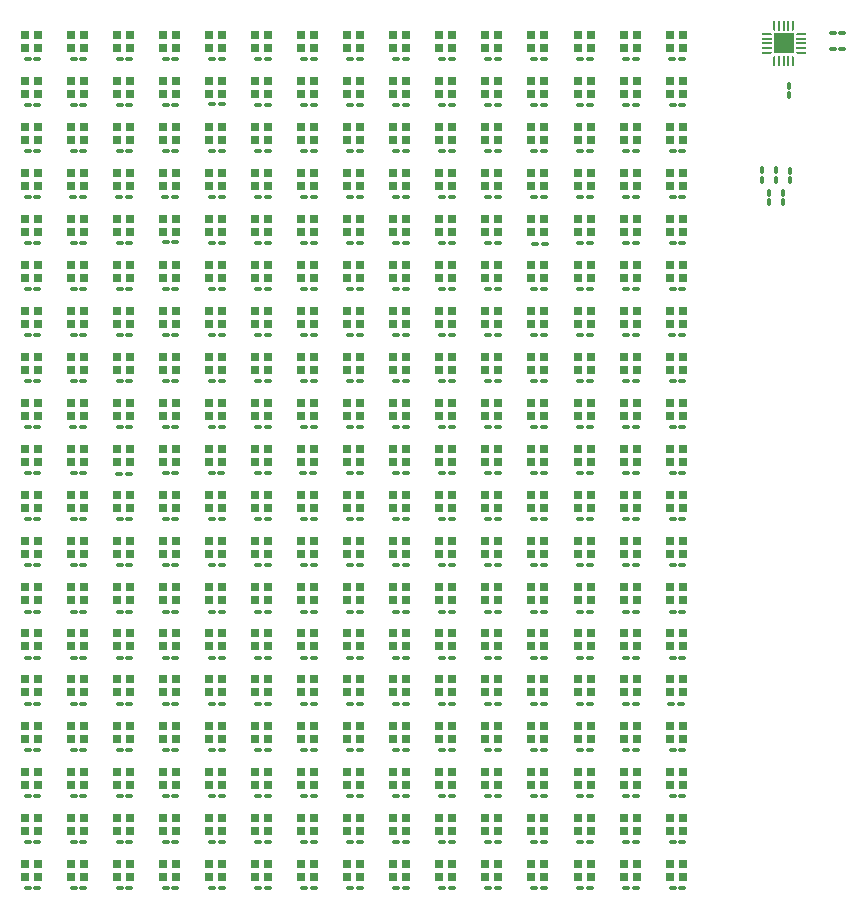
<source format=gbr>
%TF.GenerationSoftware,KiCad,Pcbnew,7.0.7*%
%TF.CreationDate,2023-12-11T13:03:46+01:00*%
%TF.ProjectId,flexAddressLedsV2,666c6578-4164-4647-9265-73734c656473,rev?*%
%TF.SameCoordinates,Original*%
%TF.FileFunction,Soldermask,Top*%
%TF.FilePolarity,Negative*%
%FSLAX46Y46*%
G04 Gerber Fmt 4.6, Leading zero omitted, Abs format (unit mm)*
G04 Created by KiCad (PCBNEW 7.0.7) date 2023-12-11 13:03:46*
%MOMM*%
%LPD*%
G01*
G04 APERTURE LIST*
G04 Aperture macros list*
%AMRoundRect*
0 Rectangle with rounded corners*
0 $1 Rounding radius*
0 $2 $3 $4 $5 $6 $7 $8 $9 X,Y pos of 4 corners*
0 Add a 4 corners polygon primitive as box body*
4,1,4,$2,$3,$4,$5,$6,$7,$8,$9,$2,$3,0*
0 Add four circle primitives for the rounded corners*
1,1,$1+$1,$2,$3*
1,1,$1+$1,$4,$5*
1,1,$1+$1,$6,$7*
1,1,$1+$1,$8,$9*
0 Add four rect primitives between the rounded corners*
20,1,$1+$1,$2,$3,$4,$5,0*
20,1,$1+$1,$4,$5,$6,$7,0*
20,1,$1+$1,$6,$7,$8,$9,0*
20,1,$1+$1,$8,$9,$2,$3,0*%
%AMFreePoly0*
4,1,14,0.334644,0.085355,0.385355,0.034644,0.400000,-0.000711,0.400000,-0.050000,0.385355,-0.085355,0.350000,-0.100000,-0.350000,-0.100000,-0.385355,-0.085355,-0.400000,-0.050000,-0.400000,0.050000,-0.385355,0.085355,-0.350000,0.100000,0.299289,0.100000,0.334644,0.085355,0.334644,0.085355,$1*%
%AMFreePoly1*
4,1,14,0.385355,0.085355,0.400000,0.050000,0.400000,0.000711,0.385355,-0.034644,0.334644,-0.085355,0.299289,-0.100000,-0.350000,-0.100000,-0.385355,-0.085355,-0.400000,-0.050000,-0.400000,0.050000,-0.385355,0.085355,-0.350000,0.100000,0.350000,0.100000,0.385355,0.085355,0.385355,0.085355,$1*%
%AMFreePoly2*
4,1,14,0.085355,0.385355,0.100000,0.350000,0.100000,-0.350000,0.085355,-0.385355,0.050000,-0.400000,-0.050000,-0.400000,-0.085355,-0.385355,-0.100000,-0.350000,-0.100000,0.299289,-0.085355,0.334644,-0.034644,0.385355,0.000711,0.400000,0.050000,0.400000,0.085355,0.385355,0.085355,0.385355,$1*%
%AMFreePoly3*
4,1,14,0.034644,0.385355,0.085355,0.334644,0.100000,0.299289,0.100000,-0.350000,0.085355,-0.385355,0.050000,-0.400000,-0.050000,-0.400000,-0.085355,-0.385355,-0.100000,-0.350000,-0.100000,0.350000,-0.085355,0.385355,-0.050000,0.400000,-0.000711,0.400000,0.034644,0.385355,0.034644,0.385355,$1*%
%AMFreePoly4*
4,1,14,0.385355,0.085355,0.400000,0.050000,0.400000,-0.050000,0.385355,-0.085355,0.350000,-0.100000,-0.299289,-0.100000,-0.334644,-0.085355,-0.385355,-0.034644,-0.400000,0.000711,-0.400000,0.050000,-0.385355,0.085355,-0.350000,0.100000,0.350000,0.100000,0.385355,0.085355,0.385355,0.085355,$1*%
%AMFreePoly5*
4,1,14,0.385355,0.085355,0.400000,0.050000,0.400000,-0.050000,0.385355,-0.085355,0.350000,-0.100000,-0.350000,-0.100000,-0.385355,-0.085355,-0.400000,-0.050000,-0.400000,-0.000711,-0.385355,0.034644,-0.334644,0.085355,-0.299289,0.100000,0.350000,0.100000,0.385355,0.085355,0.385355,0.085355,$1*%
%AMFreePoly6*
4,1,14,0.085355,0.385355,0.100000,0.350000,0.100000,-0.299289,0.085355,-0.334644,0.034644,-0.385355,-0.000711,-0.400000,-0.050000,-0.400000,-0.085355,-0.385355,-0.100000,-0.350000,-0.100000,0.350000,-0.085355,0.385355,-0.050000,0.400000,0.050000,0.400000,0.085355,0.385355,0.085355,0.385355,$1*%
%AMFreePoly7*
4,1,14,0.085355,0.385355,0.100000,0.350000,0.100000,-0.350000,0.085355,-0.385355,0.050000,-0.400000,0.000711,-0.400000,-0.034644,-0.385355,-0.085355,-0.334644,-0.100000,-0.299289,-0.100000,0.350000,-0.085355,0.385355,-0.050000,0.400000,0.050000,0.400000,0.085355,0.385355,0.085355,0.385355,$1*%
G04 Aperture macros list end*
%ADD10RoundRect,0.100000X-0.217500X-0.100000X0.217500X-0.100000X0.217500X0.100000X-0.217500X0.100000X0*%
%ADD11R,0.700000X0.700000*%
%ADD12RoundRect,0.100000X-0.100000X0.217500X-0.100000X-0.217500X0.100000X-0.217500X0.100000X0.217500X0*%
%ADD13RoundRect,0.100000X0.100000X-0.217500X0.100000X0.217500X-0.100000X0.217500X-0.100000X-0.217500X0*%
%ADD14FreePoly0,0.000000*%
%ADD15RoundRect,0.050000X-0.350000X-0.050000X0.350000X-0.050000X0.350000X0.050000X-0.350000X0.050000X0*%
%ADD16FreePoly1,0.000000*%
%ADD17FreePoly2,0.000000*%
%ADD18RoundRect,0.050000X-0.050000X-0.350000X0.050000X-0.350000X0.050000X0.350000X-0.050000X0.350000X0*%
%ADD19FreePoly3,0.000000*%
%ADD20FreePoly4,0.000000*%
%ADD21FreePoly5,0.000000*%
%ADD22FreePoly6,0.000000*%
%ADD23FreePoly7,0.000000*%
%ADD24R,1.700000X1.700000*%
G04 APERTURE END LIST*
D10*
%TO.C,C33*%
X52642500Y-46050000D03*
X53457500Y-46050000D03*
%TD*%
%TO.C,C166*%
X44842500Y-81150000D03*
X45657500Y-81150000D03*
%TD*%
%TO.C,C115*%
X79942500Y-65550000D03*
X80757500Y-65550000D03*
%TD*%
%TO.C,C210*%
X99442500Y-88950000D03*
X100257500Y-88950000D03*
%TD*%
D11*
%TO.C,IC1*%
X45700000Y-36200000D03*
X45700000Y-37300000D03*
X44600000Y-37300000D03*
X44600000Y-36200000D03*
%TD*%
D10*
%TO.C,C214*%
X56542500Y-92850000D03*
X57357500Y-92850000D03*
%TD*%
%TO.C,C207*%
X87742500Y-88950000D03*
X88557500Y-88950000D03*
%TD*%
D11*
%TO.C,IC225*%
X100300000Y-90800000D03*
X100300000Y-91900000D03*
X99200000Y-91900000D03*
X99200000Y-90800000D03*
%TD*%
D10*
%TO.C,C96*%
X64342500Y-61650000D03*
X65157500Y-61650000D03*
%TD*%
D11*
%TO.C,IC105*%
X100300000Y-59600000D03*
X100300000Y-60700000D03*
X99200000Y-60700000D03*
X99200000Y-59600000D03*
%TD*%
%TO.C,IC170*%
X61300000Y-79100000D03*
X61300000Y-80200000D03*
X60200000Y-80200000D03*
X60200000Y-79100000D03*
%TD*%
D10*
%TO.C,C187*%
X68242500Y-85050000D03*
X69057500Y-85050000D03*
%TD*%
D11*
%TO.C,IC66*%
X65200000Y-51800000D03*
X65200000Y-52900000D03*
X64100000Y-52900000D03*
X64100000Y-51800000D03*
%TD*%
D10*
%TO.C,C195*%
X99442500Y-85050000D03*
X100257500Y-85050000D03*
%TD*%
D11*
%TO.C,IC167*%
X49600000Y-79100000D03*
X49600000Y-80200000D03*
X48500000Y-80200000D03*
X48500000Y-79100000D03*
%TD*%
D10*
%TO.C,C43*%
X91642500Y-46050000D03*
X92457500Y-46050000D03*
%TD*%
%TO.C,C130*%
X79942500Y-69450000D03*
X80757500Y-69450000D03*
%TD*%
%TO.C,C159*%
X76042500Y-77250000D03*
X76857500Y-77250000D03*
%TD*%
D11*
%TO.C,IC226*%
X45700000Y-94700000D03*
X45700000Y-95800000D03*
X44600000Y-95800000D03*
X44600000Y-94700000D03*
%TD*%
%TO.C,IC132*%
X88600000Y-67400000D03*
X88600000Y-68500000D03*
X87500000Y-68500000D03*
X87500000Y-67400000D03*
%TD*%
%TO.C,IC56*%
X84700000Y-47900000D03*
X84700000Y-49000000D03*
X83600000Y-49000000D03*
X83600000Y-47900000D03*
%TD*%
D10*
%TO.C,C53*%
X72142500Y-49950000D03*
X72957500Y-49950000D03*
%TD*%
D11*
%TO.C,IC275*%
X61300000Y-106400000D03*
X61300000Y-107500000D03*
X60200000Y-107500000D03*
X60200000Y-106400000D03*
%TD*%
D10*
%TO.C,C223*%
X91642500Y-92850000D03*
X92457500Y-92850000D03*
%TD*%
%TO.C,C38*%
X72142500Y-46050000D03*
X72957500Y-46050000D03*
%TD*%
D11*
%TO.C,IC121*%
X45700000Y-67400000D03*
X45700000Y-68500000D03*
X44600000Y-68500000D03*
X44600000Y-67400000D03*
%TD*%
D10*
%TO.C,C55*%
X79942500Y-49950000D03*
X80757500Y-49950000D03*
%TD*%
%TO.C,C144*%
X76042500Y-73350000D03*
X76857500Y-73350000D03*
%TD*%
%TO.C,C133*%
X91642500Y-69450000D03*
X92457500Y-69450000D03*
%TD*%
D11*
%TO.C,IC29*%
X96400000Y-40100000D03*
X96400000Y-41200000D03*
X95300000Y-41200000D03*
X95300000Y-40100000D03*
%TD*%
%TO.C,IC189*%
X76900000Y-83000000D03*
X76900000Y-84100000D03*
X75800000Y-84100000D03*
X75800000Y-83000000D03*
%TD*%
%TO.C,IC253*%
X92500000Y-98600000D03*
X92500000Y-99700000D03*
X91400000Y-99700000D03*
X91400000Y-98600000D03*
%TD*%
D10*
%TO.C,C54*%
X76042500Y-49950000D03*
X76857500Y-49950000D03*
%TD*%
D11*
%TO.C,IC123*%
X53500000Y-67400000D03*
X53500000Y-68500000D03*
X52400000Y-68500000D03*
X52400000Y-67400000D03*
%TD*%
D10*
%TO.C,C32*%
X48742500Y-46050000D03*
X49557500Y-46050000D03*
%TD*%
%TO.C,C113*%
X72142500Y-65550000D03*
X72957500Y-65550000D03*
%TD*%
D11*
%TO.C,IC206*%
X84700000Y-86900000D03*
X84700000Y-88000000D03*
X83600000Y-88000000D03*
X83600000Y-86900000D03*
%TD*%
D10*
%TO.C,C6*%
X64342500Y-38250000D03*
X65157500Y-38250000D03*
%TD*%
D11*
%TO.C,IC95*%
X61300000Y-59600000D03*
X61300000Y-60700000D03*
X60200000Y-60700000D03*
X60200000Y-59600000D03*
%TD*%
D10*
%TO.C,C169*%
X56542500Y-81150000D03*
X57357500Y-81150000D03*
%TD*%
%TO.C,C225*%
X99342500Y-92850000D03*
X100157500Y-92850000D03*
%TD*%
D11*
%TO.C,IC37*%
X69100000Y-44000000D03*
X69100000Y-45100000D03*
X68000000Y-45100000D03*
X68000000Y-44000000D03*
%TD*%
%TO.C,IC205*%
X80800000Y-86900000D03*
X80800000Y-88000000D03*
X79700000Y-88000000D03*
X79700000Y-86900000D03*
%TD*%
D10*
%TO.C,C161*%
X83842500Y-77250000D03*
X84657500Y-77250000D03*
%TD*%
%TO.C,C240*%
X99442500Y-96750000D03*
X100257500Y-96750000D03*
%TD*%
D11*
%TO.C,IC185*%
X61300000Y-83000000D03*
X61300000Y-84100000D03*
X60200000Y-84100000D03*
X60200000Y-83000000D03*
%TD*%
D10*
%TO.C,C5*%
X60442500Y-38250000D03*
X61257500Y-38250000D03*
%TD*%
D11*
%TO.C,IC243*%
X53500000Y-98600000D03*
X53500000Y-99700000D03*
X52400000Y-99700000D03*
X52400000Y-98600000D03*
%TD*%
%TO.C,IC166*%
X45700000Y-79100000D03*
X45700000Y-80200000D03*
X44600000Y-80200000D03*
X44600000Y-79100000D03*
%TD*%
D10*
%TO.C,C216*%
X64342500Y-92850000D03*
X65157500Y-92850000D03*
%TD*%
%TO.C,C269*%
X95542500Y-104550000D03*
X96357500Y-104550000D03*
%TD*%
D11*
%TO.C,IC30*%
X100300000Y-40100000D03*
X100300000Y-41200000D03*
X99200000Y-41200000D03*
X99200000Y-40100000D03*
%TD*%
D10*
%TO.C,C24*%
X76042500Y-42150000D03*
X76857500Y-42150000D03*
%TD*%
%TO.C,C12*%
X87742500Y-38250000D03*
X88557500Y-38250000D03*
%TD*%
%TO.C,C188*%
X72142500Y-85050000D03*
X72957500Y-85050000D03*
%TD*%
D11*
%TO.C,IC25*%
X80800000Y-40100000D03*
X80800000Y-41200000D03*
X79700000Y-41200000D03*
X79700000Y-40100000D03*
%TD*%
D10*
%TO.C,C78*%
X52642500Y-57750000D03*
X53457500Y-57750000D03*
%TD*%
D11*
%TO.C,IC198*%
X53500000Y-86900000D03*
X53500000Y-88000000D03*
X52400000Y-88000000D03*
X52400000Y-86900000D03*
%TD*%
D10*
%TO.C,C50*%
X60442500Y-49950000D03*
X61257500Y-49950000D03*
%TD*%
D11*
%TO.C,IC48*%
X53500000Y-47900000D03*
X53500000Y-49000000D03*
X52400000Y-49000000D03*
X52400000Y-47900000D03*
%TD*%
D10*
%TO.C,C41*%
X83842500Y-46050000D03*
X84657500Y-46050000D03*
%TD*%
D11*
%TO.C,IC238*%
X92500000Y-94700000D03*
X92500000Y-95800000D03*
X91400000Y-95800000D03*
X91400000Y-94700000D03*
%TD*%
%TO.C,IC5*%
X61300000Y-36200000D03*
X61300000Y-37300000D03*
X60200000Y-37300000D03*
X60200000Y-36200000D03*
%TD*%
%TO.C,IC143*%
X73000000Y-71300000D03*
X73000000Y-72400000D03*
X71900000Y-72400000D03*
X71900000Y-71300000D03*
%TD*%
D10*
%TO.C,C260*%
X60442500Y-104550000D03*
X61257500Y-104550000D03*
%TD*%
%TO.C,C49*%
X56492500Y-49950000D03*
X57307500Y-49950000D03*
%TD*%
%TO.C,C128*%
X72142500Y-69450000D03*
X72957500Y-69450000D03*
%TD*%
D11*
%TO.C,IC42*%
X88600000Y-44000000D03*
X88600000Y-45100000D03*
X87500000Y-45100000D03*
X87500000Y-44000000D03*
%TD*%
D10*
%TO.C,C44*%
X95542500Y-46050000D03*
X96357500Y-46050000D03*
%TD*%
%TO.C,C99*%
X76042500Y-61650000D03*
X76857500Y-61650000D03*
%TD*%
D11*
%TO.C,IC45*%
X100300000Y-44000000D03*
X100300000Y-45100000D03*
X99200000Y-45100000D03*
X99200000Y-44000000D03*
%TD*%
%TO.C,IC106*%
X45700000Y-63500000D03*
X45700000Y-64600000D03*
X44600000Y-64600000D03*
X44600000Y-63500000D03*
%TD*%
%TO.C,IC193*%
X92500000Y-83000000D03*
X92500000Y-84100000D03*
X91400000Y-84100000D03*
X91400000Y-83000000D03*
%TD*%
%TO.C,IC160*%
X80800000Y-75200000D03*
X80800000Y-76300000D03*
X79700000Y-76300000D03*
X79700000Y-75200000D03*
%TD*%
D10*
%TO.C,C117*%
X87742500Y-65550000D03*
X88557500Y-65550000D03*
%TD*%
%TO.C,C56*%
X83842500Y-49950000D03*
X84657500Y-49950000D03*
%TD*%
D12*
%TO.C,R3*%
X107600000Y-49592500D03*
X107600000Y-50407500D03*
%TD*%
D10*
%TO.C,C237*%
X87742500Y-96750000D03*
X88557500Y-96750000D03*
%TD*%
D11*
%TO.C,IC204*%
X76900000Y-86900000D03*
X76900000Y-88000000D03*
X75800000Y-88000000D03*
X75800000Y-86900000D03*
%TD*%
%TO.C,IC72*%
X88600000Y-51800000D03*
X88600000Y-52900000D03*
X87500000Y-52900000D03*
X87500000Y-51800000D03*
%TD*%
%TO.C,IC212*%
X49600000Y-90800000D03*
X49600000Y-91900000D03*
X48500000Y-91900000D03*
X48500000Y-90800000D03*
%TD*%
%TO.C,IC279*%
X76900000Y-106400000D03*
X76900000Y-107500000D03*
X75800000Y-107500000D03*
X75800000Y-106400000D03*
%TD*%
D10*
%TO.C,C165*%
X99442500Y-77250000D03*
X100257500Y-77250000D03*
%TD*%
%TO.C,C1*%
X44835000Y-38250000D03*
X45650000Y-38250000D03*
%TD*%
%TO.C,C114*%
X76042500Y-65550000D03*
X76857500Y-65550000D03*
%TD*%
%TO.C,C63*%
X52642500Y-53850000D03*
X53457500Y-53850000D03*
%TD*%
%TO.C,C180*%
X99442500Y-81150000D03*
X100257500Y-81150000D03*
%TD*%
D11*
%TO.C,IC161*%
X84700000Y-75200000D03*
X84700000Y-76300000D03*
X83600000Y-76300000D03*
X83600000Y-75200000D03*
%TD*%
D10*
%TO.C,C221*%
X83842500Y-92850000D03*
X84657500Y-92850000D03*
%TD*%
D11*
%TO.C,IC229*%
X57400000Y-94700000D03*
X57400000Y-95800000D03*
X56300000Y-95800000D03*
X56300000Y-94700000D03*
%TD*%
%TO.C,IC165*%
X100300000Y-75200000D03*
X100300000Y-76300000D03*
X99200000Y-76300000D03*
X99200000Y-75200000D03*
%TD*%
%TO.C,IC9*%
X76900000Y-36200000D03*
X76900000Y-37300000D03*
X75800000Y-37300000D03*
X75800000Y-36200000D03*
%TD*%
%TO.C,IC188*%
X73000000Y-83000000D03*
X73000000Y-84100000D03*
X71900000Y-84100000D03*
X71900000Y-83000000D03*
%TD*%
D10*
%TO.C,C217*%
X68242500Y-92850000D03*
X69057500Y-92850000D03*
%TD*%
%TO.C,C57*%
X87742500Y-49950000D03*
X88557500Y-49950000D03*
%TD*%
%TO.C,C88*%
X91642500Y-57750000D03*
X92457500Y-57750000D03*
%TD*%
D11*
%TO.C,IC14*%
X96400000Y-36200000D03*
X96400000Y-37300000D03*
X95300000Y-37300000D03*
X95300000Y-36200000D03*
%TD*%
D10*
%TO.C,C280*%
X79942500Y-108450000D03*
X80757500Y-108450000D03*
%TD*%
%TO.C,C17*%
X48742500Y-42150000D03*
X49557500Y-42150000D03*
%TD*%
D11*
%TO.C,IC111*%
X65200000Y-63500000D03*
X65200000Y-64600000D03*
X64100000Y-64600000D03*
X64100000Y-63500000D03*
%TD*%
D10*
%TO.C,C4*%
X56542500Y-38250000D03*
X57357500Y-38250000D03*
%TD*%
D11*
%TO.C,IC218*%
X73000000Y-90800000D03*
X73000000Y-91900000D03*
X71900000Y-91900000D03*
X71900000Y-90800000D03*
%TD*%
D10*
%TO.C,C192*%
X87742500Y-85050000D03*
X88557500Y-85050000D03*
%TD*%
D11*
%TO.C,IC171*%
X65200000Y-79100000D03*
X65200000Y-80200000D03*
X64100000Y-80200000D03*
X64100000Y-79100000D03*
%TD*%
%TO.C,IC85*%
X80800000Y-55700000D03*
X80800000Y-56800000D03*
X79700000Y-56800000D03*
X79700000Y-55700000D03*
%TD*%
D10*
%TO.C,C125*%
X60442500Y-69450000D03*
X61257500Y-69450000D03*
%TD*%
%TO.C,C40*%
X79942500Y-46050000D03*
X80757500Y-46050000D03*
%TD*%
D11*
%TO.C,IC269*%
X96400000Y-102500000D03*
X96400000Y-103600000D03*
X95300000Y-103600000D03*
X95300000Y-102500000D03*
%TD*%
%TO.C,IC277*%
X69100000Y-106400000D03*
X69100000Y-107500000D03*
X68000000Y-107500000D03*
X68000000Y-106400000D03*
%TD*%
%TO.C,IC264*%
X76900000Y-102500000D03*
X76900000Y-103600000D03*
X75800000Y-103600000D03*
X75800000Y-102500000D03*
%TD*%
D10*
%TO.C,C176*%
X83842500Y-81150000D03*
X84657500Y-81150000D03*
%TD*%
%TO.C,C116*%
X83842500Y-65550000D03*
X84657500Y-65550000D03*
%TD*%
%TO.C,C126*%
X64342500Y-69450000D03*
X65157500Y-69450000D03*
%TD*%
D11*
%TO.C,IC129*%
X76900000Y-67400000D03*
X76900000Y-68500000D03*
X75800000Y-68500000D03*
X75800000Y-67400000D03*
%TD*%
D10*
%TO.C,C111*%
X64342500Y-65550000D03*
X65157500Y-65550000D03*
%TD*%
D11*
%TO.C,IC93*%
X53500000Y-59600000D03*
X53500000Y-60700000D03*
X52400000Y-60700000D03*
X52400000Y-59600000D03*
%TD*%
D10*
%TO.C,C106*%
X44842500Y-65550000D03*
X45657500Y-65550000D03*
%TD*%
D11*
%TO.C,IC146*%
X84700000Y-71300000D03*
X84700000Y-72400000D03*
X83600000Y-72400000D03*
X83600000Y-71300000D03*
%TD*%
%TO.C,IC281*%
X84700000Y-106400000D03*
X84700000Y-107500000D03*
X83600000Y-107500000D03*
X83600000Y-106400000D03*
%TD*%
%TO.C,IC190*%
X80800000Y-83000000D03*
X80800000Y-84100000D03*
X79700000Y-84100000D03*
X79700000Y-83000000D03*
%TD*%
D10*
%TO.C,C82*%
X68242500Y-57750000D03*
X69057500Y-57750000D03*
%TD*%
%TO.C,C84*%
X76042500Y-57750000D03*
X76857500Y-57750000D03*
%TD*%
D11*
%TO.C,IC112*%
X69100000Y-63500000D03*
X69100000Y-64600000D03*
X68000000Y-64600000D03*
X68000000Y-63500000D03*
%TD*%
%TO.C,IC35*%
X61300000Y-44000000D03*
X61300000Y-45100000D03*
X60200000Y-45100000D03*
X60200000Y-44000000D03*
%TD*%
%TO.C,IC71*%
X84700000Y-51800000D03*
X84700000Y-52900000D03*
X83600000Y-52900000D03*
X83600000Y-51800000D03*
%TD*%
%TO.C,IC195*%
X100300000Y-83000000D03*
X100300000Y-84100000D03*
X99200000Y-84100000D03*
X99200000Y-83000000D03*
%TD*%
D10*
%TO.C,C168*%
X52642500Y-81150000D03*
X53457500Y-81150000D03*
%TD*%
D11*
%TO.C,IC59*%
X96400000Y-47900000D03*
X96400000Y-49000000D03*
X95300000Y-49000000D03*
X95300000Y-47900000D03*
%TD*%
D10*
%TO.C,C81*%
X64342500Y-57750000D03*
X65157500Y-57750000D03*
%TD*%
%TO.C,C263*%
X72142500Y-104550000D03*
X72957500Y-104550000D03*
%TD*%
D11*
%TO.C,IC33*%
X53500000Y-44000000D03*
X53500000Y-45100000D03*
X52400000Y-45100000D03*
X52400000Y-44000000D03*
%TD*%
D10*
%TO.C,C270*%
X99442500Y-104550000D03*
X100257500Y-104550000D03*
%TD*%
D11*
%TO.C,IC154*%
X57400000Y-75200000D03*
X57400000Y-76300000D03*
X56300000Y-76300000D03*
X56300000Y-75200000D03*
%TD*%
%TO.C,IC136*%
X45700000Y-71300000D03*
X45700000Y-72400000D03*
X44600000Y-72400000D03*
X44600000Y-71300000D03*
%TD*%
D10*
%TO.C,C235*%
X79942500Y-96750000D03*
X80757500Y-96750000D03*
%TD*%
%TO.C,C148*%
X91642500Y-73350000D03*
X92457500Y-73350000D03*
%TD*%
%TO.C,C124*%
X56542500Y-69450000D03*
X57357500Y-69450000D03*
%TD*%
%TO.C,C222*%
X87742500Y-92850000D03*
X88557500Y-92850000D03*
%TD*%
%TO.C,C89*%
X95542500Y-57750000D03*
X96357500Y-57750000D03*
%TD*%
%TO.C,C179*%
X95542500Y-81150000D03*
X96357500Y-81150000D03*
%TD*%
%TO.C,C215*%
X60442500Y-92850000D03*
X61257500Y-92850000D03*
%TD*%
D11*
%TO.C,IC3*%
X53500000Y-36200000D03*
X53500000Y-37300000D03*
X52400000Y-37300000D03*
X52400000Y-36200000D03*
%TD*%
D10*
%TO.C,C256*%
X44842500Y-104550000D03*
X45657500Y-104550000D03*
%TD*%
%TO.C,C183*%
X52642500Y-85050000D03*
X53457500Y-85050000D03*
%TD*%
%TO.C,C110*%
X60442500Y-65550000D03*
X61257500Y-65550000D03*
%TD*%
%TO.C,C227*%
X48742500Y-96750000D03*
X49557500Y-96750000D03*
%TD*%
D11*
%TO.C,IC192*%
X88600000Y-83000000D03*
X88600000Y-84100000D03*
X87500000Y-84100000D03*
X87500000Y-83000000D03*
%TD*%
D10*
%TO.C,C232*%
X68242500Y-96750000D03*
X69057500Y-96750000D03*
%TD*%
%TO.C,C15*%
X99435000Y-38250000D03*
X100250000Y-38250000D03*
%TD*%
%TO.C,C59*%
X95542500Y-49950000D03*
X96357500Y-49950000D03*
%TD*%
D11*
%TO.C,IC180*%
X100300000Y-79100000D03*
X100300000Y-80200000D03*
X99200000Y-80200000D03*
X99200000Y-79100000D03*
%TD*%
D10*
%TO.C,C220*%
X79942500Y-92850000D03*
X80757500Y-92850000D03*
%TD*%
%TO.C,C14*%
X95542500Y-38250000D03*
X96357500Y-38250000D03*
%TD*%
D11*
%TO.C,IC262*%
X69100000Y-102500000D03*
X69100000Y-103600000D03*
X68000000Y-103600000D03*
X68000000Y-102500000D03*
%TD*%
D10*
%TO.C,C275*%
X60442500Y-108450000D03*
X61257500Y-108450000D03*
%TD*%
D11*
%TO.C,IC202*%
X69100000Y-86900000D03*
X69100000Y-88000000D03*
X68000000Y-88000000D03*
X68000000Y-86900000D03*
%TD*%
D10*
%TO.C,C242*%
X48742500Y-100650000D03*
X49557500Y-100650000D03*
%TD*%
%TO.C,C139*%
X56542500Y-73350000D03*
X57357500Y-73350000D03*
%TD*%
%TO.C,C258*%
X52642500Y-104550000D03*
X53457500Y-104550000D03*
%TD*%
%TO.C,C219*%
X76042500Y-92850000D03*
X76857500Y-92850000D03*
%TD*%
%TO.C,C98*%
X72142500Y-61650000D03*
X72957500Y-61650000D03*
%TD*%
D11*
%TO.C,IC133*%
X92500000Y-67400000D03*
X92500000Y-68500000D03*
X91400000Y-68500000D03*
X91400000Y-67400000D03*
%TD*%
D10*
%TO.C,C271*%
X44842500Y-108450000D03*
X45657500Y-108450000D03*
%TD*%
%TO.C,C267*%
X87742500Y-104550000D03*
X88557500Y-104550000D03*
%TD*%
%TO.C,C95*%
X60442500Y-61650000D03*
X61257500Y-61650000D03*
%TD*%
%TO.C,C146*%
X83842500Y-73350000D03*
X84657500Y-73350000D03*
%TD*%
D11*
%TO.C,IC175*%
X80800000Y-79100000D03*
X80800000Y-80200000D03*
X79700000Y-80200000D03*
X79700000Y-79100000D03*
%TD*%
D10*
%TO.C,C74*%
X95542500Y-53850000D03*
X96357500Y-53850000D03*
%TD*%
D11*
%TO.C,IC259*%
X57400000Y-102500000D03*
X57400000Y-103600000D03*
X56300000Y-103600000D03*
X56300000Y-102500000D03*
%TD*%
%TO.C,IC87*%
X88600000Y-55700000D03*
X88600000Y-56800000D03*
X87500000Y-56800000D03*
X87500000Y-55700000D03*
%TD*%
%TO.C,IC62*%
X49600000Y-51800000D03*
X49600000Y-52900000D03*
X48500000Y-52900000D03*
X48500000Y-51800000D03*
%TD*%
D10*
%TO.C,C129*%
X76042500Y-69450000D03*
X76857500Y-69450000D03*
%TD*%
D11*
%TO.C,IC51*%
X65200000Y-47900000D03*
X65200000Y-49000000D03*
X64100000Y-49000000D03*
X64100000Y-47900000D03*
%TD*%
%TO.C,IC124*%
X57400000Y-67400000D03*
X57400000Y-68500000D03*
X56300000Y-68500000D03*
X56300000Y-67400000D03*
%TD*%
%TO.C,IC250*%
X80800000Y-98600000D03*
X80800000Y-99700000D03*
X79700000Y-99700000D03*
X79700000Y-98600000D03*
%TD*%
D10*
%TO.C,C107*%
X48742500Y-65550000D03*
X49557500Y-65550000D03*
%TD*%
D11*
%TO.C,IC158*%
X73000000Y-75200000D03*
X73000000Y-76300000D03*
X71900000Y-76300000D03*
X71900000Y-75200000D03*
%TD*%
%TO.C,IC50*%
X61300000Y-47900000D03*
X61300000Y-49000000D03*
X60200000Y-49000000D03*
X60200000Y-47900000D03*
%TD*%
D10*
%TO.C,C264*%
X76042500Y-104550000D03*
X76857500Y-104550000D03*
%TD*%
D11*
%TO.C,IC64*%
X57400000Y-51800000D03*
X57400000Y-52900000D03*
X56300000Y-52900000D03*
X56300000Y-51800000D03*
%TD*%
%TO.C,IC191*%
X84700000Y-83000000D03*
X84700000Y-84100000D03*
X83600000Y-84100000D03*
X83600000Y-83000000D03*
%TD*%
D10*
%TO.C,C157*%
X68242500Y-77250000D03*
X69057500Y-77250000D03*
%TD*%
D11*
%TO.C,IC88*%
X92500000Y-55700000D03*
X92500000Y-56800000D03*
X91400000Y-56800000D03*
X91400000Y-55700000D03*
%TD*%
D10*
%TO.C,C147*%
X87742500Y-73350000D03*
X88557500Y-73350000D03*
%TD*%
%TO.C,C135*%
X99442500Y-69450000D03*
X100257500Y-69450000D03*
%TD*%
%TO.C,C23*%
X72142500Y-42150000D03*
X72957500Y-42150000D03*
%TD*%
%TO.C,C200*%
X60442500Y-88950000D03*
X61257500Y-88950000D03*
%TD*%
D11*
%TO.C,IC174*%
X76900000Y-79100000D03*
X76900000Y-80200000D03*
X75800000Y-80200000D03*
X75800000Y-79100000D03*
%TD*%
%TO.C,IC122*%
X49600000Y-67400000D03*
X49600000Y-68500000D03*
X48500000Y-68500000D03*
X48500000Y-67400000D03*
%TD*%
D10*
%TO.C,C118*%
X91642500Y-65550000D03*
X92457500Y-65550000D03*
%TD*%
D11*
%TO.C,IC141*%
X65200000Y-71300000D03*
X65200000Y-72400000D03*
X64100000Y-72400000D03*
X64100000Y-71300000D03*
%TD*%
%TO.C,IC103*%
X92500000Y-59600000D03*
X92500000Y-60700000D03*
X91400000Y-60700000D03*
X91400000Y-59600000D03*
%TD*%
D10*
%TO.C,C201*%
X64342500Y-88950000D03*
X65157500Y-88950000D03*
%TD*%
%TO.C,C91*%
X44842500Y-61650000D03*
X45657500Y-61650000D03*
%TD*%
%TO.C,C90*%
X99442500Y-57750000D03*
X100257500Y-57750000D03*
%TD*%
%TO.C,C138*%
X52600000Y-73400000D03*
X53415000Y-73400000D03*
%TD*%
%TO.C,C25*%
X79942500Y-42150000D03*
X80757500Y-42150000D03*
%TD*%
%TO.C,C85*%
X79942500Y-57750000D03*
X80757500Y-57750000D03*
%TD*%
%TO.C,C163*%
X91642500Y-77250000D03*
X92457500Y-77250000D03*
%TD*%
D11*
%TO.C,IC249*%
X76900000Y-98600000D03*
X76900000Y-99700000D03*
X75800000Y-99700000D03*
X75800000Y-98600000D03*
%TD*%
D10*
%TO.C,C236*%
X83842500Y-96750000D03*
X84657500Y-96750000D03*
%TD*%
D11*
%TO.C,IC92*%
X49600000Y-59600000D03*
X49600000Y-60700000D03*
X48500000Y-60700000D03*
X48500000Y-59600000D03*
%TD*%
D10*
%TO.C,C79*%
X56542500Y-57750000D03*
X57357500Y-57750000D03*
%TD*%
D11*
%TO.C,IC82*%
X69100000Y-55700000D03*
X69100000Y-56800000D03*
X68000000Y-56800000D03*
X68000000Y-55700000D03*
%TD*%
%TO.C,IC184*%
X57400000Y-83000000D03*
X57400000Y-84100000D03*
X56300000Y-84100000D03*
X56300000Y-83000000D03*
%TD*%
%TO.C,IC84*%
X76900000Y-55700000D03*
X76900000Y-56800000D03*
X75800000Y-56800000D03*
X75800000Y-55700000D03*
%TD*%
%TO.C,IC131*%
X84700000Y-67400000D03*
X84700000Y-68500000D03*
X83600000Y-68500000D03*
X83600000Y-67400000D03*
%TD*%
D10*
%TO.C,C272*%
X48742500Y-108450000D03*
X49557500Y-108450000D03*
%TD*%
D11*
%TO.C,IC18*%
X53500000Y-40100000D03*
X53500000Y-41200000D03*
X52400000Y-41200000D03*
X52400000Y-40100000D03*
%TD*%
%TO.C,IC68*%
X73000000Y-51800000D03*
X73000000Y-52900000D03*
X71900000Y-52900000D03*
X71900000Y-51800000D03*
%TD*%
%TO.C,IC43*%
X92500000Y-44000000D03*
X92500000Y-45100000D03*
X91400000Y-45100000D03*
X91400000Y-44000000D03*
%TD*%
D10*
%TO.C,C10*%
X79942500Y-38250000D03*
X80757500Y-38250000D03*
%TD*%
%TO.C,C194*%
X95542500Y-85050000D03*
X96357500Y-85050000D03*
%TD*%
D11*
%TO.C,IC266*%
X84700000Y-102500000D03*
X84700000Y-103600000D03*
X83600000Y-103600000D03*
X83600000Y-102500000D03*
%TD*%
%TO.C,IC245*%
X61300000Y-98600000D03*
X61300000Y-99700000D03*
X60200000Y-99700000D03*
X60200000Y-98600000D03*
%TD*%
D10*
%TO.C,C284*%
X95542500Y-108450000D03*
X96357500Y-108450000D03*
%TD*%
D11*
%TO.C,IC224*%
X96400000Y-90800000D03*
X96400000Y-91900000D03*
X95300000Y-91900000D03*
X95300000Y-90800000D03*
%TD*%
%TO.C,IC251*%
X84700000Y-98600000D03*
X84700000Y-99700000D03*
X83600000Y-99700000D03*
X83600000Y-98600000D03*
%TD*%
%TO.C,IC282*%
X88600000Y-106400000D03*
X88600000Y-107500000D03*
X87500000Y-107500000D03*
X87500000Y-106400000D03*
%TD*%
D10*
%TO.C,C155*%
X60442500Y-77250000D03*
X61257500Y-77250000D03*
%TD*%
D11*
%TO.C,IC213*%
X53500000Y-90800000D03*
X53500000Y-91900000D03*
X52400000Y-91900000D03*
X52400000Y-90800000D03*
%TD*%
%TO.C,IC73*%
X92500000Y-51800000D03*
X92500000Y-52900000D03*
X91400000Y-52900000D03*
X91400000Y-51800000D03*
%TD*%
D10*
%TO.C,C212*%
X48742500Y-92850000D03*
X49557500Y-92850000D03*
%TD*%
D11*
%TO.C,IC100*%
X80800000Y-59600000D03*
X80800000Y-60700000D03*
X79700000Y-60700000D03*
X79700000Y-59600000D03*
%TD*%
%TO.C,IC215*%
X61300000Y-90800000D03*
X61300000Y-91900000D03*
X60200000Y-91900000D03*
X60200000Y-90800000D03*
%TD*%
D10*
%TO.C,C151*%
X44842500Y-77250000D03*
X45657500Y-77250000D03*
%TD*%
D11*
%TO.C,IC285*%
X100300000Y-106400000D03*
X100300000Y-107500000D03*
X99200000Y-107500000D03*
X99200000Y-106400000D03*
%TD*%
%TO.C,IC183*%
X53500000Y-83000000D03*
X53500000Y-84100000D03*
X52400000Y-84100000D03*
X52400000Y-83000000D03*
%TD*%
D10*
%TO.C,C3*%
X52642500Y-38250000D03*
X53457500Y-38250000D03*
%TD*%
%TO.C,C19*%
X56542500Y-42150000D03*
X57357500Y-42150000D03*
%TD*%
%TO.C,C39*%
X76042500Y-46050000D03*
X76857500Y-46050000D03*
%TD*%
D12*
%TO.C,R6*%
X109400000Y-47725000D03*
X109400000Y-48540000D03*
%TD*%
D10*
%TO.C,C252*%
X87742500Y-100650000D03*
X88557500Y-100650000D03*
%TD*%
D11*
%TO.C,IC57*%
X88600000Y-47900000D03*
X88600000Y-49000000D03*
X87500000Y-49000000D03*
X87500000Y-47900000D03*
%TD*%
D10*
%TO.C,C279*%
X76042500Y-108450000D03*
X76857500Y-108450000D03*
%TD*%
D11*
%TO.C,IC128*%
X73000000Y-67400000D03*
X73000000Y-68500000D03*
X71900000Y-68500000D03*
X71900000Y-67400000D03*
%TD*%
D10*
%TO.C,C121*%
X44842500Y-69450000D03*
X45657500Y-69450000D03*
%TD*%
D11*
%TO.C,IC211*%
X45700000Y-90800000D03*
X45700000Y-91900000D03*
X44600000Y-91900000D03*
X44600000Y-90800000D03*
%TD*%
D10*
%TO.C,C60*%
X99442500Y-49950000D03*
X100257500Y-49950000D03*
%TD*%
D11*
%TO.C,IC179*%
X96400000Y-79100000D03*
X96400000Y-80200000D03*
X95300000Y-80200000D03*
X95300000Y-79100000D03*
%TD*%
D10*
%TO.C,C193*%
X91642500Y-85050000D03*
X92457500Y-85050000D03*
%TD*%
D11*
%TO.C,IC79*%
X57400000Y-55700000D03*
X57400000Y-56800000D03*
X56300000Y-56800000D03*
X56300000Y-55700000D03*
%TD*%
%TO.C,IC233*%
X73000000Y-94700000D03*
X73000000Y-95800000D03*
X71900000Y-95800000D03*
X71900000Y-94700000D03*
%TD*%
D10*
%TO.C,C143*%
X72142500Y-73350000D03*
X72957500Y-73350000D03*
%TD*%
%TO.C,C170*%
X60442500Y-81150000D03*
X61257500Y-81150000D03*
%TD*%
%TO.C,C150*%
X99442500Y-73350000D03*
X100257500Y-73350000D03*
%TD*%
%TO.C,C21*%
X64342500Y-42150000D03*
X65157500Y-42150000D03*
%TD*%
D11*
%TO.C,IC97*%
X69100000Y-59600000D03*
X69100000Y-60700000D03*
X68000000Y-60700000D03*
X68000000Y-59600000D03*
%TD*%
D10*
%TO.C,C226*%
X44842500Y-96750000D03*
X45657500Y-96750000D03*
%TD*%
D11*
%TO.C,IC49*%
X57400000Y-47900000D03*
X57400000Y-49000000D03*
X56300000Y-49000000D03*
X56300000Y-47900000D03*
%TD*%
D10*
%TO.C,C175*%
X79942500Y-81150000D03*
X80757500Y-81150000D03*
%TD*%
D11*
%TO.C,IC107*%
X49600000Y-63500000D03*
X49600000Y-64600000D03*
X48500000Y-64600000D03*
X48500000Y-63500000D03*
%TD*%
D10*
%TO.C,C184*%
X56542500Y-85050000D03*
X57357500Y-85050000D03*
%TD*%
%TO.C,C13*%
X91642500Y-38250000D03*
X92457500Y-38250000D03*
%TD*%
D11*
%TO.C,IC227*%
X49600000Y-94700000D03*
X49600000Y-95800000D03*
X48500000Y-95800000D03*
X48500000Y-94700000D03*
%TD*%
D10*
%TO.C,C257*%
X48742500Y-104550000D03*
X49557500Y-104550000D03*
%TD*%
D11*
%TO.C,IC153*%
X53500000Y-75200000D03*
X53500000Y-76300000D03*
X52400000Y-76300000D03*
X52400000Y-75200000D03*
%TD*%
D10*
%TO.C,C77*%
X48742500Y-57750000D03*
X49557500Y-57750000D03*
%TD*%
D11*
%TO.C,IC182*%
X49600000Y-83000000D03*
X49600000Y-84100000D03*
X48500000Y-84100000D03*
X48500000Y-83000000D03*
%TD*%
%TO.C,IC173*%
X73000000Y-79100000D03*
X73000000Y-80200000D03*
X71900000Y-80200000D03*
X71900000Y-79100000D03*
%TD*%
D10*
%TO.C,C171*%
X64342500Y-81150000D03*
X65157500Y-81150000D03*
%TD*%
%TO.C,C229*%
X56542500Y-96750000D03*
X57357500Y-96750000D03*
%TD*%
D11*
%TO.C,IC89*%
X96400000Y-55700000D03*
X96400000Y-56800000D03*
X95300000Y-56800000D03*
X95300000Y-55700000D03*
%TD*%
D10*
%TO.C,C206*%
X83842500Y-88950000D03*
X84657500Y-88950000D03*
%TD*%
%TO.C,C197*%
X48742500Y-88950000D03*
X49557500Y-88950000D03*
%TD*%
%TO.C,C255*%
X99442500Y-100650000D03*
X100257500Y-100650000D03*
%TD*%
D11*
%TO.C,IC19*%
X57400000Y-40100000D03*
X57400000Y-41200000D03*
X56300000Y-41200000D03*
X56300000Y-40100000D03*
%TD*%
D10*
%TO.C,C132*%
X87725000Y-69450000D03*
X88540000Y-69450000D03*
%TD*%
%TO.C,C87*%
X87742500Y-57750000D03*
X88557500Y-57750000D03*
%TD*%
%TO.C,C152*%
X48742500Y-77250000D03*
X49557500Y-77250000D03*
%TD*%
%TO.C,C137*%
X48742500Y-73350000D03*
X49557500Y-73350000D03*
%TD*%
D11*
%TO.C,IC4*%
X57400000Y-36200000D03*
X57400000Y-37300000D03*
X56300000Y-37300000D03*
X56300000Y-36200000D03*
%TD*%
%TO.C,IC13*%
X92500000Y-36200000D03*
X92500000Y-37300000D03*
X91400000Y-37300000D03*
X91400000Y-36200000D03*
%TD*%
%TO.C,IC163*%
X92500000Y-75200000D03*
X92500000Y-76300000D03*
X91400000Y-76300000D03*
X91400000Y-75200000D03*
%TD*%
%TO.C,IC265*%
X80800000Y-102500000D03*
X80800000Y-103600000D03*
X79700000Y-103600000D03*
X79700000Y-102500000D03*
%TD*%
%TO.C,IC86*%
X84700000Y-55700000D03*
X84700000Y-56800000D03*
X83600000Y-56800000D03*
X83600000Y-55700000D03*
%TD*%
%TO.C,IC55*%
X80800000Y-47900000D03*
X80800000Y-49000000D03*
X79700000Y-49000000D03*
X79700000Y-47900000D03*
%TD*%
D10*
%TO.C,C94*%
X56542500Y-61650000D03*
X57357500Y-61650000D03*
%TD*%
%TO.C,C277*%
X68242500Y-108450000D03*
X69057500Y-108450000D03*
%TD*%
%TO.C,C191*%
X83842500Y-85050000D03*
X84657500Y-85050000D03*
%TD*%
%TO.C,C92*%
X48742500Y-61650000D03*
X49557500Y-61650000D03*
%TD*%
%TO.C,C16*%
X44842500Y-42150000D03*
X45657500Y-42150000D03*
%TD*%
%TO.C,C251*%
X83842500Y-100650000D03*
X84657500Y-100650000D03*
%TD*%
D11*
%TO.C,IC242*%
X49600000Y-98600000D03*
X49600000Y-99700000D03*
X48500000Y-99700000D03*
X48500000Y-98600000D03*
%TD*%
%TO.C,IC69*%
X76900000Y-51800000D03*
X76900000Y-52900000D03*
X75800000Y-52900000D03*
X75800000Y-51800000D03*
%TD*%
%TO.C,IC283*%
X92500000Y-106400000D03*
X92500000Y-107500000D03*
X91400000Y-107500000D03*
X91400000Y-106400000D03*
%TD*%
%TO.C,IC270*%
X100300000Y-102500000D03*
X100300000Y-103600000D03*
X99200000Y-103600000D03*
X99200000Y-102500000D03*
%TD*%
D10*
%TO.C,C36*%
X64342500Y-46050000D03*
X65157500Y-46050000D03*
%TD*%
D11*
%TO.C,IC231*%
X65200000Y-94700000D03*
X65200000Y-95800000D03*
X64100000Y-95800000D03*
X64100000Y-94700000D03*
%TD*%
D10*
%TO.C,C241*%
X44842500Y-100650000D03*
X45657500Y-100650000D03*
%TD*%
%TO.C,C205*%
X79942500Y-88950000D03*
X80757500Y-88950000D03*
%TD*%
D11*
%TO.C,IC54*%
X76900000Y-47900000D03*
X76900000Y-49000000D03*
X75800000Y-49000000D03*
X75800000Y-47900000D03*
%TD*%
%TO.C,IC99*%
X76900000Y-59600000D03*
X76900000Y-60700000D03*
X75800000Y-60700000D03*
X75800000Y-59600000D03*
%TD*%
%TO.C,IC38*%
X73000000Y-44000000D03*
X73000000Y-45100000D03*
X71900000Y-45100000D03*
X71900000Y-44000000D03*
%TD*%
D10*
%TO.C,C7*%
X68242500Y-38250000D03*
X69057500Y-38250000D03*
%TD*%
D11*
%TO.C,IC164*%
X96400000Y-75200000D03*
X96400000Y-76300000D03*
X95300000Y-76300000D03*
X95300000Y-75200000D03*
%TD*%
D10*
%TO.C,C100*%
X79942500Y-61650000D03*
X80757500Y-61650000D03*
%TD*%
D11*
%TO.C,IC228*%
X53500000Y-94700000D03*
X53500000Y-95800000D03*
X52400000Y-95800000D03*
X52400000Y-94700000D03*
%TD*%
%TO.C,IC94*%
X57400000Y-59600000D03*
X57400000Y-60700000D03*
X56300000Y-60700000D03*
X56300000Y-59600000D03*
%TD*%
D10*
%TO.C,C18*%
X52642500Y-42150000D03*
X53457500Y-42150000D03*
%TD*%
%TO.C,C164*%
X95542500Y-77250000D03*
X96357500Y-77250000D03*
%TD*%
%TO.C,C29*%
X95535000Y-42150000D03*
X96350000Y-42150000D03*
%TD*%
D11*
%TO.C,IC101*%
X84700000Y-59600000D03*
X84700000Y-60700000D03*
X83600000Y-60700000D03*
X83600000Y-59600000D03*
%TD*%
%TO.C,IC241*%
X45700000Y-98600000D03*
X45700000Y-99700000D03*
X44600000Y-99700000D03*
X44600000Y-98600000D03*
%TD*%
D10*
%TO.C,C274*%
X56542500Y-108450000D03*
X57357500Y-108450000D03*
%TD*%
D11*
%TO.C,IC273*%
X53500000Y-106400000D03*
X53500000Y-107500000D03*
X52400000Y-107500000D03*
X52400000Y-106400000D03*
%TD*%
%TO.C,IC104*%
X96400000Y-59600000D03*
X96400000Y-60700000D03*
X95300000Y-60700000D03*
X95300000Y-59600000D03*
%TD*%
%TO.C,IC263*%
X73000000Y-102500000D03*
X73000000Y-103600000D03*
X71900000Y-103600000D03*
X71900000Y-102500000D03*
%TD*%
%TO.C,IC236*%
X84700000Y-94700000D03*
X84700000Y-95800000D03*
X83600000Y-95800000D03*
X83600000Y-94700000D03*
%TD*%
%TO.C,IC194*%
X96400000Y-83000000D03*
X96400000Y-84100000D03*
X95300000Y-84100000D03*
X95300000Y-83000000D03*
%TD*%
%TO.C,IC220*%
X80800000Y-90800000D03*
X80800000Y-91900000D03*
X79700000Y-91900000D03*
X79700000Y-90800000D03*
%TD*%
D10*
%TO.C,C254*%
X95542500Y-100650000D03*
X96357500Y-100650000D03*
%TD*%
%TO.C,C127*%
X68242500Y-69450000D03*
X69057500Y-69450000D03*
%TD*%
D11*
%TO.C,IC221*%
X84700000Y-90800000D03*
X84700000Y-91900000D03*
X83600000Y-91900000D03*
X83600000Y-90800000D03*
%TD*%
%TO.C,IC201*%
X65200000Y-86900000D03*
X65200000Y-88000000D03*
X64100000Y-88000000D03*
X64100000Y-86900000D03*
%TD*%
D10*
%TO.C,C153*%
X52642500Y-77250000D03*
X53457500Y-77250000D03*
%TD*%
D11*
%TO.C,IC219*%
X76900000Y-90800000D03*
X76900000Y-91900000D03*
X75800000Y-91900000D03*
X75800000Y-90800000D03*
%TD*%
D10*
%TO.C,C248*%
X72142500Y-100650000D03*
X72957500Y-100650000D03*
%TD*%
%TO.C,C276*%
X64342500Y-108450000D03*
X65157500Y-108450000D03*
%TD*%
%TO.C,C230*%
X60442500Y-96750000D03*
X61257500Y-96750000D03*
%TD*%
%TO.C,C178*%
X91642500Y-81150000D03*
X92457500Y-81150000D03*
%TD*%
%TO.C,C69*%
X76042500Y-53850000D03*
X76857500Y-53850000D03*
%TD*%
%TO.C,C266*%
X83842500Y-104550000D03*
X84657500Y-104550000D03*
%TD*%
%TO.C,C131*%
X83842500Y-69450000D03*
X84657500Y-69450000D03*
%TD*%
%TO.C,C28*%
X91642500Y-42150000D03*
X92457500Y-42150000D03*
%TD*%
D11*
%TO.C,IC274*%
X57400000Y-106400000D03*
X57400000Y-107500000D03*
X56300000Y-107500000D03*
X56300000Y-106400000D03*
%TD*%
%TO.C,IC187*%
X69100000Y-83000000D03*
X69100000Y-84100000D03*
X68000000Y-84100000D03*
X68000000Y-83000000D03*
%TD*%
%TO.C,IC214*%
X57400000Y-90800000D03*
X57400000Y-91900000D03*
X56300000Y-91900000D03*
X56300000Y-90800000D03*
%TD*%
%TO.C,IC83*%
X73000000Y-55700000D03*
X73000000Y-56800000D03*
X71900000Y-56800000D03*
X71900000Y-55700000D03*
%TD*%
%TO.C,IC41*%
X84700000Y-44000000D03*
X84700000Y-45100000D03*
X83600000Y-45100000D03*
X83600000Y-44000000D03*
%TD*%
D10*
%TO.C,C136*%
X44842500Y-73350000D03*
X45657500Y-73350000D03*
%TD*%
D11*
%TO.C,IC137*%
X49600000Y-71300000D03*
X49600000Y-72400000D03*
X48500000Y-72400000D03*
X48500000Y-71300000D03*
%TD*%
D10*
%TO.C,C8*%
X72142500Y-38250000D03*
X72957500Y-38250000D03*
%TD*%
%TO.C,C213*%
X52642500Y-92850000D03*
X53457500Y-92850000D03*
%TD*%
%TO.C,C47*%
X48692500Y-49950000D03*
X49507500Y-49950000D03*
%TD*%
D11*
%TO.C,IC148*%
X92500000Y-71300000D03*
X92500000Y-72400000D03*
X91400000Y-72400000D03*
X91400000Y-71300000D03*
%TD*%
%TO.C,IC230*%
X61300000Y-94700000D03*
X61300000Y-95800000D03*
X60200000Y-95800000D03*
X60200000Y-94700000D03*
%TD*%
D10*
%TO.C,C45*%
X99442500Y-46050000D03*
X100257500Y-46050000D03*
%TD*%
%TO.C,C173*%
X72142500Y-81150000D03*
X72957500Y-81150000D03*
%TD*%
%TO.C,C103*%
X91642500Y-61650000D03*
X92457500Y-61650000D03*
%TD*%
%TO.C,C102*%
X87742500Y-61650000D03*
X88557500Y-61650000D03*
%TD*%
D11*
%TO.C,IC15*%
X100300000Y-36200000D03*
X100300000Y-37300000D03*
X99200000Y-37300000D03*
X99200000Y-36200000D03*
%TD*%
%TO.C,IC256*%
X45700000Y-102500000D03*
X45700000Y-103600000D03*
X44600000Y-103600000D03*
X44600000Y-102500000D03*
%TD*%
%TO.C,IC169*%
X57400000Y-79100000D03*
X57400000Y-80200000D03*
X56300000Y-80200000D03*
X56300000Y-79100000D03*
%TD*%
D10*
%TO.C,C228*%
X52642500Y-96750000D03*
X53457500Y-96750000D03*
%TD*%
%TO.C,C211*%
X44842500Y-92850000D03*
X45657500Y-92850000D03*
%TD*%
D13*
%TO.C,C286*%
X109300000Y-41357500D03*
X109300000Y-40542500D03*
%TD*%
D11*
%TO.C,IC117*%
X88600000Y-63500000D03*
X88600000Y-64600000D03*
X87500000Y-64600000D03*
X87500000Y-63500000D03*
%TD*%
%TO.C,IC135*%
X100300000Y-67400000D03*
X100300000Y-68500000D03*
X99200000Y-68500000D03*
X99200000Y-67400000D03*
%TD*%
%TO.C,IC255*%
X100300000Y-98600000D03*
X100300000Y-99700000D03*
X99200000Y-99700000D03*
X99200000Y-98600000D03*
%TD*%
%TO.C,IC258*%
X53500000Y-102500000D03*
X53500000Y-103600000D03*
X52400000Y-103600000D03*
X52400000Y-102500000D03*
%TD*%
D10*
%TO.C,C27*%
X87742500Y-42150000D03*
X88557500Y-42150000D03*
%TD*%
%TO.C,C105*%
X99392500Y-61600000D03*
X100207500Y-61600000D03*
%TD*%
D11*
%TO.C,IC246*%
X65200000Y-98600000D03*
X65200000Y-99700000D03*
X64100000Y-99700000D03*
X64100000Y-98600000D03*
%TD*%
D10*
%TO.C,C273*%
X52642500Y-108450000D03*
X53457500Y-108450000D03*
%TD*%
D11*
%TO.C,IC172*%
X69100000Y-79100000D03*
X69100000Y-80200000D03*
X68000000Y-80200000D03*
X68000000Y-79100000D03*
%TD*%
%TO.C,IC90*%
X100300000Y-55700000D03*
X100300000Y-56800000D03*
X99200000Y-56800000D03*
X99200000Y-55700000D03*
%TD*%
D10*
%TO.C,C196*%
X44842500Y-88950000D03*
X45657500Y-88950000D03*
%TD*%
D11*
%TO.C,IC159*%
X76900000Y-75200000D03*
X76900000Y-76300000D03*
X75800000Y-76300000D03*
X75800000Y-75200000D03*
%TD*%
%TO.C,IC177*%
X88600000Y-79100000D03*
X88600000Y-80200000D03*
X87500000Y-80200000D03*
X87500000Y-79100000D03*
%TD*%
%TO.C,IC60*%
X100300000Y-47900000D03*
X100300000Y-49000000D03*
X99200000Y-49000000D03*
X99200000Y-47900000D03*
%TD*%
%TO.C,IC67*%
X69100000Y-51800000D03*
X69100000Y-52900000D03*
X68000000Y-52900000D03*
X68000000Y-51800000D03*
%TD*%
D10*
%TO.C,C224*%
X95542500Y-92850000D03*
X96357500Y-92850000D03*
%TD*%
%TO.C,C73*%
X91642500Y-53850000D03*
X92457500Y-53850000D03*
%TD*%
D11*
%TO.C,IC257*%
X49600000Y-102500000D03*
X49600000Y-103600000D03*
X48500000Y-103600000D03*
X48500000Y-102500000D03*
%TD*%
%TO.C,IC27*%
X88600000Y-40100000D03*
X88600000Y-41200000D03*
X87500000Y-41200000D03*
X87500000Y-40100000D03*
%TD*%
%TO.C,IC144*%
X76900000Y-71300000D03*
X76900000Y-72400000D03*
X75800000Y-72400000D03*
X75800000Y-71300000D03*
%TD*%
D10*
%TO.C,C149*%
X95542500Y-73350000D03*
X96357500Y-73350000D03*
%TD*%
%TO.C,C61*%
X44842500Y-53850000D03*
X45657500Y-53850000D03*
%TD*%
%TO.C,C158*%
X72142500Y-77250000D03*
X72957500Y-77250000D03*
%TD*%
D11*
%TO.C,IC232*%
X69100000Y-94700000D03*
X69100000Y-95800000D03*
X68000000Y-95800000D03*
X68000000Y-94700000D03*
%TD*%
%TO.C,IC223*%
X92500000Y-90800000D03*
X92500000Y-91900000D03*
X91400000Y-91900000D03*
X91400000Y-90800000D03*
%TD*%
D10*
%TO.C,C80*%
X60442500Y-57750000D03*
X61257500Y-57750000D03*
%TD*%
%TO.C,C46*%
X44842500Y-49950000D03*
X45657500Y-49950000D03*
%TD*%
D11*
%TO.C,IC11*%
X84700000Y-36200000D03*
X84700000Y-37300000D03*
X83600000Y-37300000D03*
X83600000Y-36200000D03*
%TD*%
D10*
%TO.C,C75*%
X99442500Y-53850000D03*
X100257500Y-53850000D03*
%TD*%
D11*
%TO.C,IC61*%
X45700000Y-51800000D03*
X45700000Y-52900000D03*
X44600000Y-52900000D03*
X44600000Y-51800000D03*
%TD*%
%TO.C,IC151*%
X45700000Y-75200000D03*
X45700000Y-76300000D03*
X44600000Y-76300000D03*
X44600000Y-75200000D03*
%TD*%
D10*
%TO.C,C141*%
X64342500Y-73300000D03*
X65157500Y-73300000D03*
%TD*%
D11*
%TO.C,IC142*%
X69100000Y-71300000D03*
X69100000Y-72400000D03*
X68000000Y-72400000D03*
X68000000Y-71300000D03*
%TD*%
%TO.C,IC199*%
X57400000Y-86900000D03*
X57400000Y-88000000D03*
X56300000Y-88000000D03*
X56300000Y-86900000D03*
%TD*%
D10*
%TO.C,C97*%
X68242500Y-61650000D03*
X69057500Y-61650000D03*
%TD*%
D11*
%TO.C,IC134*%
X96400000Y-67400000D03*
X96400000Y-68500000D03*
X95300000Y-68500000D03*
X95300000Y-67400000D03*
%TD*%
D10*
%TO.C,C104*%
X95542500Y-61650000D03*
X96357500Y-61650000D03*
%TD*%
D11*
%TO.C,IC115*%
X80800000Y-63500000D03*
X80800000Y-64600000D03*
X79700000Y-64600000D03*
X79700000Y-63500000D03*
%TD*%
D10*
%TO.C,C22*%
X68242500Y-42150000D03*
X69057500Y-42150000D03*
%TD*%
D11*
%TO.C,IC91*%
X45700000Y-59600000D03*
X45700000Y-60700000D03*
X44600000Y-60700000D03*
X44600000Y-59600000D03*
%TD*%
D10*
%TO.C,C123*%
X52642500Y-69450000D03*
X53457500Y-69450000D03*
%TD*%
D11*
%TO.C,IC102*%
X88600000Y-59600000D03*
X88600000Y-60700000D03*
X87500000Y-60700000D03*
X87500000Y-59600000D03*
%TD*%
D10*
%TO.C,C244*%
X56542500Y-100650000D03*
X57357500Y-100650000D03*
%TD*%
%TO.C,C250*%
X79942500Y-100650000D03*
X80757500Y-100650000D03*
%TD*%
D11*
%TO.C,IC98*%
X73000000Y-59600000D03*
X73000000Y-60700000D03*
X71900000Y-60700000D03*
X71900000Y-59600000D03*
%TD*%
D10*
%TO.C,C177*%
X87742500Y-81150000D03*
X88557500Y-81150000D03*
%TD*%
%TO.C,C9*%
X76042500Y-38250000D03*
X76857500Y-38250000D03*
%TD*%
D11*
%TO.C,IC150*%
X100300000Y-71300000D03*
X100300000Y-72400000D03*
X99200000Y-72400000D03*
X99200000Y-71300000D03*
%TD*%
D10*
%TO.C,C265*%
X79942500Y-104550000D03*
X80757500Y-104550000D03*
%TD*%
D11*
%TO.C,IC239*%
X96400000Y-94700000D03*
X96400000Y-95800000D03*
X95300000Y-95800000D03*
X95300000Y-94700000D03*
%TD*%
D10*
%TO.C,C62*%
X48742500Y-53850000D03*
X49557500Y-53850000D03*
%TD*%
%TO.C,C65*%
X60442500Y-53850000D03*
X61257500Y-53850000D03*
%TD*%
%TO.C,C120*%
X99442500Y-65550000D03*
X100257500Y-65550000D03*
%TD*%
D11*
%TO.C,IC23*%
X73000000Y-40100000D03*
X73000000Y-41200000D03*
X71900000Y-41200000D03*
X71900000Y-40100000D03*
%TD*%
%TO.C,IC235*%
X80800000Y-94700000D03*
X80800000Y-95800000D03*
X79700000Y-95800000D03*
X79700000Y-94700000D03*
%TD*%
D10*
%TO.C,C203*%
X72142500Y-88950000D03*
X72957500Y-88950000D03*
%TD*%
D11*
%TO.C,IC46*%
X45700000Y-47900000D03*
X45700000Y-49000000D03*
X44600000Y-49000000D03*
X44600000Y-47900000D03*
%TD*%
D10*
%TO.C,C189*%
X76042500Y-85050000D03*
X76857500Y-85050000D03*
%TD*%
%TO.C,C186*%
X64342500Y-85050000D03*
X65157500Y-85050000D03*
%TD*%
%TO.C,C70*%
X79942500Y-53850000D03*
X80757500Y-53850000D03*
%TD*%
%TO.C,C67*%
X68242500Y-53850000D03*
X69057500Y-53850000D03*
%TD*%
D11*
%TO.C,IC109*%
X57400000Y-63500000D03*
X57400000Y-64600000D03*
X56300000Y-64600000D03*
X56300000Y-63500000D03*
%TD*%
%TO.C,IC156*%
X65200000Y-75200000D03*
X65200000Y-76300000D03*
X64100000Y-76300000D03*
X64100000Y-75200000D03*
%TD*%
%TO.C,IC7*%
X69100000Y-36200000D03*
X69100000Y-37300000D03*
X68000000Y-37300000D03*
X68000000Y-36200000D03*
%TD*%
%TO.C,IC32*%
X49600000Y-44000000D03*
X49600000Y-45100000D03*
X48500000Y-45100000D03*
X48500000Y-44000000D03*
%TD*%
%TO.C,IC17*%
X49600000Y-40100000D03*
X49600000Y-41200000D03*
X48500000Y-41200000D03*
X48500000Y-40100000D03*
%TD*%
%TO.C,IC2*%
X49600000Y-36200000D03*
X49600000Y-37300000D03*
X48500000Y-37300000D03*
X48500000Y-36200000D03*
%TD*%
D10*
%TO.C,C190*%
X79942500Y-85050000D03*
X80757500Y-85050000D03*
%TD*%
D11*
%TO.C,IC197*%
X49600000Y-86900000D03*
X49600000Y-88000000D03*
X48500000Y-88000000D03*
X48500000Y-86900000D03*
%TD*%
D10*
%TO.C,C247*%
X68242500Y-100650000D03*
X69057500Y-100650000D03*
%TD*%
D11*
%TO.C,IC254*%
X96400000Y-98600000D03*
X96400000Y-99700000D03*
X95300000Y-99700000D03*
X95300000Y-98600000D03*
%TD*%
%TO.C,IC76*%
X45700000Y-55700000D03*
X45700000Y-56800000D03*
X44600000Y-56800000D03*
X44600000Y-55700000D03*
%TD*%
%TO.C,IC155*%
X61300000Y-75200000D03*
X61300000Y-76300000D03*
X60200000Y-76300000D03*
X60200000Y-75200000D03*
%TD*%
%TO.C,IC248*%
X73000000Y-98600000D03*
X73000000Y-99700000D03*
X71900000Y-99700000D03*
X71900000Y-98600000D03*
%TD*%
D10*
%TO.C,C209*%
X95542500Y-88950000D03*
X96357500Y-88950000D03*
%TD*%
D11*
%TO.C,IC40*%
X80800000Y-44000000D03*
X80800000Y-45100000D03*
X79700000Y-45100000D03*
X79700000Y-44000000D03*
%TD*%
%TO.C,IC77*%
X49600000Y-55700000D03*
X49600000Y-56800000D03*
X48500000Y-56800000D03*
X48500000Y-55700000D03*
%TD*%
%TO.C,IC130*%
X80800000Y-67400000D03*
X80800000Y-68500000D03*
X79700000Y-68500000D03*
X79700000Y-67400000D03*
%TD*%
D10*
%TO.C,C282*%
X87742500Y-108450000D03*
X88557500Y-108450000D03*
%TD*%
D11*
%TO.C,IC200*%
X61300000Y-86900000D03*
X61300000Y-88000000D03*
X60200000Y-88000000D03*
X60200000Y-86900000D03*
%TD*%
%TO.C,IC139*%
X57400000Y-71300000D03*
X57400000Y-72400000D03*
X56300000Y-72400000D03*
X56300000Y-71300000D03*
%TD*%
D10*
%TO.C,C278*%
X72142500Y-108450000D03*
X72957500Y-108450000D03*
%TD*%
D11*
%TO.C,IC247*%
X69100000Y-98600000D03*
X69100000Y-99700000D03*
X68000000Y-99700000D03*
X68000000Y-98600000D03*
%TD*%
D10*
%TO.C,C172*%
X68242500Y-81150000D03*
X69057500Y-81150000D03*
%TD*%
D11*
%TO.C,IC10*%
X80800000Y-36200000D03*
X80800000Y-37300000D03*
X79700000Y-37300000D03*
X79700000Y-36200000D03*
%TD*%
D10*
%TO.C,C30*%
X99442500Y-42150000D03*
X100257500Y-42150000D03*
%TD*%
%TO.C,C182*%
X48742500Y-85050000D03*
X49557500Y-85050000D03*
%TD*%
D11*
%TO.C,IC268*%
X92500000Y-102500000D03*
X92500000Y-103600000D03*
X91400000Y-103600000D03*
X91400000Y-102500000D03*
%TD*%
%TO.C,IC81*%
X65200000Y-55700000D03*
X65200000Y-56800000D03*
X64100000Y-56800000D03*
X64100000Y-55700000D03*
%TD*%
D10*
%TO.C,C154*%
X56542500Y-77250000D03*
X57357500Y-77250000D03*
%TD*%
%TO.C,C71*%
X83842500Y-53850000D03*
X84657500Y-53850000D03*
%TD*%
D12*
%TO.C,R2*%
X107000000Y-47692500D03*
X107000000Y-48507500D03*
%TD*%
D11*
%TO.C,IC108*%
X53500000Y-63500000D03*
X53500000Y-64600000D03*
X52400000Y-64600000D03*
X52400000Y-63500000D03*
%TD*%
%TO.C,IC118*%
X92500000Y-63500000D03*
X92500000Y-64600000D03*
X91400000Y-64600000D03*
X91400000Y-63500000D03*
%TD*%
D10*
%TO.C,C51*%
X64342500Y-49950000D03*
X65157500Y-49950000D03*
%TD*%
%TO.C,C68*%
X72142500Y-53850000D03*
X72957500Y-53850000D03*
%TD*%
%TO.C,C134*%
X95542500Y-69450000D03*
X96357500Y-69450000D03*
%TD*%
%TO.C,C20*%
X60442500Y-42050000D03*
X61257500Y-42050000D03*
%TD*%
%TO.C,C48*%
X52592500Y-49950000D03*
X53407500Y-49950000D03*
%TD*%
%TO.C,C112*%
X68242500Y-65550000D03*
X69057500Y-65550000D03*
%TD*%
D11*
%TO.C,IC31*%
X45700000Y-44000000D03*
X45700000Y-45100000D03*
X44600000Y-45100000D03*
X44600000Y-44000000D03*
%TD*%
D10*
%TO.C,C218*%
X72142500Y-92850000D03*
X72957500Y-92850000D03*
%TD*%
D11*
%TO.C,IC272*%
X49600000Y-106400000D03*
X49600000Y-107500000D03*
X48500000Y-107500000D03*
X48500000Y-106400000D03*
%TD*%
%TO.C,IC196*%
X45700000Y-86900000D03*
X45700000Y-88000000D03*
X44600000Y-88000000D03*
X44600000Y-86900000D03*
%TD*%
%TO.C,IC162*%
X88600000Y-75200000D03*
X88600000Y-76300000D03*
X87500000Y-76300000D03*
X87500000Y-75200000D03*
%TD*%
%TO.C,IC237*%
X88600000Y-94700000D03*
X88600000Y-95800000D03*
X87500000Y-95800000D03*
X87500000Y-94700000D03*
%TD*%
D10*
%TO.C,C37*%
X68242500Y-46050000D03*
X69057500Y-46050000D03*
%TD*%
%TO.C,C262*%
X68242500Y-104550000D03*
X69057500Y-104550000D03*
%TD*%
D11*
%TO.C,IC21*%
X65200000Y-40100000D03*
X65200000Y-41200000D03*
X64100000Y-41200000D03*
X64100000Y-40100000D03*
%TD*%
D10*
%TO.C,C199*%
X56542500Y-88950000D03*
X57357500Y-88950000D03*
%TD*%
%TO.C,C101*%
X83842500Y-61650000D03*
X84657500Y-61650000D03*
%TD*%
%TO.C,C66*%
X64342500Y-53850000D03*
X65157500Y-53850000D03*
%TD*%
%TO.C,R1*%
X112992500Y-36050000D03*
X113807500Y-36050000D03*
%TD*%
%TO.C,C83*%
X72142500Y-57750000D03*
X72957500Y-57750000D03*
%TD*%
D11*
%TO.C,IC203*%
X73000000Y-86900000D03*
X73000000Y-88000000D03*
X71900000Y-88000000D03*
X71900000Y-86900000D03*
%TD*%
%TO.C,IC116*%
X84700000Y-63500000D03*
X84700000Y-64600000D03*
X83600000Y-64600000D03*
X83600000Y-63500000D03*
%TD*%
%TO.C,IC113*%
X73000000Y-63500000D03*
X73000000Y-64600000D03*
X71900000Y-64600000D03*
X71900000Y-63500000D03*
%TD*%
%TO.C,IC20*%
X61300000Y-40100000D03*
X61300000Y-41200000D03*
X60200000Y-41200000D03*
X60200000Y-40100000D03*
%TD*%
%TO.C,IC284*%
X96400000Y-106400000D03*
X96400000Y-107500000D03*
X95300000Y-107500000D03*
X95300000Y-106400000D03*
%TD*%
D10*
%TO.C,C2*%
X48742500Y-38250000D03*
X49557500Y-38250000D03*
%TD*%
D12*
%TO.C,R5*%
X108800000Y-49592500D03*
X108800000Y-50407500D03*
%TD*%
D11*
%TO.C,IC178*%
X92500000Y-79100000D03*
X92500000Y-80200000D03*
X91400000Y-80200000D03*
X91400000Y-79100000D03*
%TD*%
%TO.C,IC217*%
X69100000Y-90800000D03*
X69100000Y-91900000D03*
X68000000Y-91900000D03*
X68000000Y-90800000D03*
%TD*%
%TO.C,IC74*%
X96400000Y-51800000D03*
X96400000Y-52900000D03*
X95300000Y-52900000D03*
X95300000Y-51800000D03*
%TD*%
%TO.C,IC125*%
X61300000Y-67400000D03*
X61300000Y-68500000D03*
X60200000Y-68500000D03*
X60200000Y-67400000D03*
%TD*%
D10*
%TO.C,C246*%
X64342500Y-100650000D03*
X65157500Y-100650000D03*
%TD*%
D11*
%TO.C,IC207*%
X88600000Y-86900000D03*
X88600000Y-88000000D03*
X87500000Y-88000000D03*
X87500000Y-86900000D03*
%TD*%
%TO.C,IC145*%
X80800000Y-71300000D03*
X80800000Y-72400000D03*
X79700000Y-72400000D03*
X79700000Y-71300000D03*
%TD*%
%TO.C,IC234*%
X76900000Y-94700000D03*
X76900000Y-95800000D03*
X75800000Y-95800000D03*
X75800000Y-94700000D03*
%TD*%
%TO.C,IC127*%
X69100000Y-67400000D03*
X69100000Y-68500000D03*
X68000000Y-68500000D03*
X68000000Y-67400000D03*
%TD*%
%TO.C,IC152*%
X49600000Y-75200000D03*
X49600000Y-76300000D03*
X48500000Y-76300000D03*
X48500000Y-75200000D03*
%TD*%
D10*
%TO.C,C72*%
X87792500Y-53900000D03*
X88607500Y-53900000D03*
%TD*%
D11*
%TO.C,IC96*%
X65200000Y-59600000D03*
X65200000Y-60700000D03*
X64100000Y-60700000D03*
X64100000Y-59600000D03*
%TD*%
%TO.C,IC149*%
X96400000Y-71300000D03*
X96400000Y-72400000D03*
X95300000Y-72400000D03*
X95300000Y-71300000D03*
%TD*%
%TO.C,IC22*%
X69100000Y-40100000D03*
X69100000Y-41200000D03*
X68000000Y-41200000D03*
X68000000Y-40100000D03*
%TD*%
D10*
%TO.C,C285*%
X99442500Y-108450000D03*
X100257500Y-108450000D03*
%TD*%
%TO.C,C253*%
X91642500Y-100650000D03*
X92457500Y-100650000D03*
%TD*%
%TO.C,C268*%
X91642500Y-104550000D03*
X92457500Y-104550000D03*
%TD*%
D11*
%TO.C,IC209*%
X96400000Y-86900000D03*
X96400000Y-88000000D03*
X95300000Y-88000000D03*
X95300000Y-86900000D03*
%TD*%
D10*
%TO.C,C198*%
X52642500Y-88950000D03*
X53457500Y-88950000D03*
%TD*%
%TO.C,C204*%
X76042500Y-88950000D03*
X76857500Y-88950000D03*
%TD*%
D11*
%TO.C,IC176*%
X84700000Y-79100000D03*
X84700000Y-80200000D03*
X83600000Y-80200000D03*
X83600000Y-79100000D03*
%TD*%
%TO.C,IC80*%
X61300000Y-55700000D03*
X61300000Y-56800000D03*
X60200000Y-56800000D03*
X60200000Y-55700000D03*
%TD*%
%TO.C,IC126*%
X65200000Y-67400000D03*
X65200000Y-68500000D03*
X64100000Y-68500000D03*
X64100000Y-67400000D03*
%TD*%
D10*
%TO.C,C76*%
X44842500Y-57750000D03*
X45657500Y-57750000D03*
%TD*%
D11*
%TO.C,IC44*%
X96400000Y-44000000D03*
X96400000Y-45100000D03*
X95300000Y-45100000D03*
X95300000Y-44000000D03*
%TD*%
D10*
%TO.C,C231*%
X64342500Y-96750000D03*
X65157500Y-96750000D03*
%TD*%
D11*
%TO.C,IC276*%
X65200000Y-106400000D03*
X65200000Y-107500000D03*
X64100000Y-107500000D03*
X64100000Y-106400000D03*
%TD*%
D10*
%TO.C,C140*%
X60435000Y-73350000D03*
X61250000Y-73350000D03*
%TD*%
%TO.C,C174*%
X76042500Y-81150000D03*
X76857500Y-81150000D03*
%TD*%
D11*
%TO.C,IC120*%
X100300000Y-63500000D03*
X100300000Y-64600000D03*
X99200000Y-64600000D03*
X99200000Y-63500000D03*
%TD*%
%TO.C,IC78*%
X53500000Y-55700000D03*
X53500000Y-56800000D03*
X52400000Y-56800000D03*
X52400000Y-55700000D03*
%TD*%
D10*
%TO.C,C162*%
X87742500Y-77250000D03*
X88557500Y-77250000D03*
%TD*%
D11*
%TO.C,IC216*%
X65200000Y-90800000D03*
X65200000Y-91900000D03*
X64100000Y-91900000D03*
X64100000Y-90800000D03*
%TD*%
%TO.C,IC75*%
X100300000Y-51800000D03*
X100300000Y-52900000D03*
X99200000Y-52900000D03*
X99200000Y-51800000D03*
%TD*%
%TO.C,IC208*%
X92500000Y-86900000D03*
X92500000Y-88000000D03*
X91400000Y-88000000D03*
X91400000Y-86900000D03*
%TD*%
D10*
%TO.C,C142*%
X68192500Y-73300000D03*
X69007500Y-73300000D03*
%TD*%
%TO.C,C93*%
X52642500Y-61650000D03*
X53457500Y-61650000D03*
%TD*%
D11*
%TO.C,IC261*%
X65200000Y-102500000D03*
X65200000Y-103600000D03*
X64100000Y-103600000D03*
X64100000Y-102500000D03*
%TD*%
%TO.C,IC210*%
X100300000Y-86900000D03*
X100300000Y-88000000D03*
X99200000Y-88000000D03*
X99200000Y-86900000D03*
%TD*%
D10*
%TO.C,C243*%
X52642500Y-100650000D03*
X53457500Y-100650000D03*
%TD*%
D11*
%TO.C,IC110*%
X61300000Y-63500000D03*
X61300000Y-64600000D03*
X60200000Y-64600000D03*
X60200000Y-63500000D03*
%TD*%
%TO.C,IC28*%
X92500000Y-40100000D03*
X92500000Y-41200000D03*
X91400000Y-41200000D03*
X91400000Y-40100000D03*
%TD*%
D10*
%TO.C,C11*%
X83842500Y-38250000D03*
X84657500Y-38250000D03*
%TD*%
D11*
%TO.C,IC147*%
X88600000Y-71300000D03*
X88600000Y-72400000D03*
X87500000Y-72400000D03*
X87500000Y-71300000D03*
%TD*%
%TO.C,IC12*%
X88600000Y-36200000D03*
X88600000Y-37300000D03*
X87500000Y-37300000D03*
X87500000Y-36200000D03*
%TD*%
%TO.C,IC280*%
X80800000Y-106400000D03*
X80800000Y-107500000D03*
X79700000Y-107500000D03*
X79700000Y-106400000D03*
%TD*%
D10*
%TO.C,C160*%
X79942500Y-77250000D03*
X80757500Y-77250000D03*
%TD*%
%TO.C,R7*%
X112992500Y-37450000D03*
X113807500Y-37450000D03*
%TD*%
D11*
%TO.C,IC157*%
X69100000Y-75200000D03*
X69100000Y-76300000D03*
X68000000Y-76300000D03*
X68000000Y-75200000D03*
%TD*%
%TO.C,IC53*%
X73000000Y-47900000D03*
X73000000Y-49000000D03*
X71900000Y-49000000D03*
X71900000Y-47900000D03*
%TD*%
%TO.C,IC181*%
X45700000Y-83000000D03*
X45700000Y-84100000D03*
X44600000Y-84100000D03*
X44600000Y-83000000D03*
%TD*%
D10*
%TO.C,C259*%
X56542500Y-104550000D03*
X57357500Y-104550000D03*
%TD*%
%TO.C,C249*%
X76042500Y-100650000D03*
X76857500Y-100650000D03*
%TD*%
D11*
%TO.C,IC65*%
X61300000Y-51800000D03*
X61300000Y-52900000D03*
X60200000Y-52900000D03*
X60200000Y-51800000D03*
%TD*%
D10*
%TO.C,C261*%
X64342500Y-104550000D03*
X65157500Y-104550000D03*
%TD*%
%TO.C,C234*%
X76042500Y-96750000D03*
X76857500Y-96750000D03*
%TD*%
%TO.C,C145*%
X79942500Y-73350000D03*
X80757500Y-73350000D03*
%TD*%
D11*
%TO.C,IC119*%
X96400000Y-63500000D03*
X96400000Y-64600000D03*
X95300000Y-64600000D03*
X95300000Y-63500000D03*
%TD*%
D10*
%TO.C,C35*%
X60442500Y-46050000D03*
X61257500Y-46050000D03*
%TD*%
%TO.C,C52*%
X68242500Y-49950000D03*
X69057500Y-49950000D03*
%TD*%
%TO.C,C208*%
X91642500Y-88950000D03*
X92457500Y-88950000D03*
%TD*%
D11*
%TO.C,IC244*%
X57400000Y-98600000D03*
X57400000Y-99700000D03*
X56300000Y-99700000D03*
X56300000Y-98600000D03*
%TD*%
%TO.C,IC240*%
X100300000Y-94700000D03*
X100300000Y-95800000D03*
X99200000Y-95800000D03*
X99200000Y-94700000D03*
%TD*%
D10*
%TO.C,C185*%
X60442500Y-85050000D03*
X61257500Y-85050000D03*
%TD*%
%TO.C,C156*%
X64342500Y-77250000D03*
X65157500Y-77250000D03*
%TD*%
D11*
%TO.C,IC260*%
X61300000Y-102500000D03*
X61300000Y-103600000D03*
X60200000Y-103600000D03*
X60200000Y-102500000D03*
%TD*%
D10*
%TO.C,C58*%
X91642500Y-49950000D03*
X92457500Y-49950000D03*
%TD*%
%TO.C,C42*%
X87742500Y-46050000D03*
X88557500Y-46050000D03*
%TD*%
D11*
%TO.C,IC140*%
X61300000Y-71300000D03*
X61300000Y-72400000D03*
X60200000Y-72400000D03*
X60200000Y-71300000D03*
%TD*%
D10*
%TO.C,C34*%
X56542500Y-46050000D03*
X57357500Y-46050000D03*
%TD*%
D11*
%TO.C,IC114*%
X76900000Y-63500000D03*
X76900000Y-64600000D03*
X75800000Y-64600000D03*
X75800000Y-63500000D03*
%TD*%
D14*
%TO.C,IC286*%
X107400000Y-36150000D03*
D15*
X107400000Y-36550000D03*
X107400000Y-36950000D03*
X107400000Y-37350000D03*
D16*
X107400000Y-37750000D03*
D17*
X108050000Y-38400000D03*
D18*
X108450000Y-38400000D03*
X108850000Y-38400000D03*
X109250000Y-38400000D03*
D19*
X109650000Y-38400000D03*
D20*
X110300000Y-37750000D03*
D15*
X110300000Y-37350000D03*
X110300000Y-36950000D03*
X110300000Y-36550000D03*
D21*
X110300000Y-36150000D03*
D22*
X109650000Y-35500000D03*
D18*
X109250000Y-35500000D03*
X108850000Y-35500000D03*
X108450000Y-35500000D03*
D23*
X108050000Y-35500000D03*
D24*
X108850000Y-36950000D03*
%TD*%
D11*
%TO.C,IC267*%
X88600000Y-102500000D03*
X88600000Y-103600000D03*
X87500000Y-103600000D03*
X87500000Y-102500000D03*
%TD*%
%TO.C,IC34*%
X57400000Y-44000000D03*
X57400000Y-45100000D03*
X56300000Y-45100000D03*
X56300000Y-44000000D03*
%TD*%
D10*
%TO.C,C281*%
X83842500Y-108450000D03*
X84657500Y-108450000D03*
%TD*%
%TO.C,C64*%
X56542500Y-53750000D03*
X57357500Y-53750000D03*
%TD*%
%TO.C,C167*%
X48742500Y-81150000D03*
X49557500Y-81150000D03*
%TD*%
D11*
%TO.C,IC16*%
X45700000Y-40100000D03*
X45700000Y-41200000D03*
X44600000Y-41200000D03*
X44600000Y-40100000D03*
%TD*%
D10*
%TO.C,C26*%
X83842500Y-42150000D03*
X84657500Y-42150000D03*
%TD*%
D11*
%TO.C,IC252*%
X88600000Y-98600000D03*
X88600000Y-99700000D03*
X87500000Y-99700000D03*
X87500000Y-98600000D03*
%TD*%
%TO.C,IC47*%
X49600000Y-47900000D03*
X49600000Y-49000000D03*
X48500000Y-49000000D03*
X48500000Y-47900000D03*
%TD*%
D10*
%TO.C,C122*%
X48725000Y-69450000D03*
X49540000Y-69450000D03*
%TD*%
D11*
%TO.C,IC8*%
X73000000Y-36200000D03*
X73000000Y-37300000D03*
X71900000Y-37300000D03*
X71900000Y-36200000D03*
%TD*%
%TO.C,IC70*%
X80800000Y-51800000D03*
X80800000Y-52900000D03*
X79700000Y-52900000D03*
X79700000Y-51800000D03*
%TD*%
%TO.C,IC52*%
X69100000Y-47900000D03*
X69100000Y-49000000D03*
X68000000Y-49000000D03*
X68000000Y-47900000D03*
%TD*%
%TO.C,IC271*%
X45700000Y-106400000D03*
X45700000Y-107500000D03*
X44600000Y-107500000D03*
X44600000Y-106400000D03*
%TD*%
%TO.C,IC58*%
X92500000Y-47900000D03*
X92500000Y-49000000D03*
X91400000Y-49000000D03*
X91400000Y-47900000D03*
%TD*%
%TO.C,IC222*%
X88600000Y-90800000D03*
X88600000Y-91900000D03*
X87500000Y-91900000D03*
X87500000Y-90800000D03*
%TD*%
D10*
%TO.C,C31*%
X44842500Y-46050000D03*
X45657500Y-46050000D03*
%TD*%
D11*
%TO.C,IC24*%
X76900000Y-40100000D03*
X76900000Y-41200000D03*
X75800000Y-41200000D03*
X75800000Y-40100000D03*
%TD*%
%TO.C,IC6*%
X65200000Y-36200000D03*
X65200000Y-37300000D03*
X64100000Y-37300000D03*
X64100000Y-36200000D03*
%TD*%
%TO.C,IC63*%
X53500000Y-51800000D03*
X53500000Y-52900000D03*
X52400000Y-52900000D03*
X52400000Y-51800000D03*
%TD*%
D12*
%TO.C,R4*%
X108200000Y-47692500D03*
X108200000Y-48507500D03*
%TD*%
D10*
%TO.C,C86*%
X83842500Y-57750000D03*
X84657500Y-57750000D03*
%TD*%
D11*
%TO.C,IC39*%
X76900000Y-44000000D03*
X76900000Y-45100000D03*
X75800000Y-45100000D03*
X75800000Y-44000000D03*
%TD*%
D10*
%TO.C,C239*%
X95542500Y-96750000D03*
X96357500Y-96750000D03*
%TD*%
%TO.C,C181*%
X44842500Y-85050000D03*
X45657500Y-85050000D03*
%TD*%
D11*
%TO.C,IC186*%
X65200000Y-83000000D03*
X65200000Y-84100000D03*
X64100000Y-84100000D03*
X64100000Y-83000000D03*
%TD*%
D10*
%TO.C,C109*%
X56542500Y-65550000D03*
X57357500Y-65550000D03*
%TD*%
D11*
%TO.C,IC138*%
X53500000Y-71300000D03*
X53500000Y-72400000D03*
X52400000Y-72400000D03*
X52400000Y-71300000D03*
%TD*%
D10*
%TO.C,C202*%
X68242500Y-88950000D03*
X69057500Y-88950000D03*
%TD*%
%TO.C,C283*%
X91642500Y-108450000D03*
X92457500Y-108450000D03*
%TD*%
%TO.C,C238*%
X91642500Y-96750000D03*
X92457500Y-96750000D03*
%TD*%
%TO.C,C108*%
X52642500Y-65550000D03*
X53457500Y-65550000D03*
%TD*%
D11*
%TO.C,IC26*%
X84700000Y-40100000D03*
X84700000Y-41200000D03*
X83600000Y-41200000D03*
X83600000Y-40100000D03*
%TD*%
%TO.C,IC168*%
X53500000Y-79100000D03*
X53500000Y-80200000D03*
X52400000Y-80200000D03*
X52400000Y-79100000D03*
%TD*%
%TO.C,IC278*%
X73000000Y-106400000D03*
X73000000Y-107500000D03*
X71900000Y-107500000D03*
X71900000Y-106400000D03*
%TD*%
D10*
%TO.C,C245*%
X60442500Y-100650000D03*
X61257500Y-100650000D03*
%TD*%
D11*
%TO.C,IC36*%
X65200000Y-44000000D03*
X65200000Y-45100000D03*
X64100000Y-45100000D03*
X64100000Y-44000000D03*
%TD*%
D10*
%TO.C,C119*%
X95542500Y-65550000D03*
X96357500Y-65550000D03*
%TD*%
%TO.C,C233*%
X72142500Y-96750000D03*
X72957500Y-96750000D03*
%TD*%
M02*

</source>
